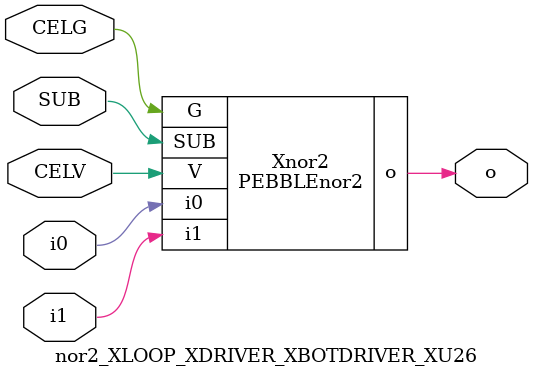
<source format=v>



module PEBBLEnor2 ( o, G, SUB, V, i0, i1 );

  input i0;
  input V;
  input i1;
  input G;
  output o;
  input SUB;
endmodule

//Celera Confidential Do Not Copy nor2_XLOOP_XDRIVER_XBOTDRIVER_XU26
//Celera Confidential Symbol Generator
//nor2
module nor2_XLOOP_XDRIVER_XBOTDRIVER_XU26 (CELV,CELG,i0,i1,o,SUB);
input CELV;
input CELG;
input i0;
input i1;
input SUB;
output o;

//Celera Confidential Do Not Copy nor2
PEBBLEnor2 Xnor2(
.V (CELV),
.i0 (i0),
.i1 (i1),
.o (o),
.SUB (SUB),
.G (CELG)
);
//,diesize,PEBBLEnor2

//Celera Confidential Do Not Copy Module End
//Celera Schematic Generator
endmodule

</source>
